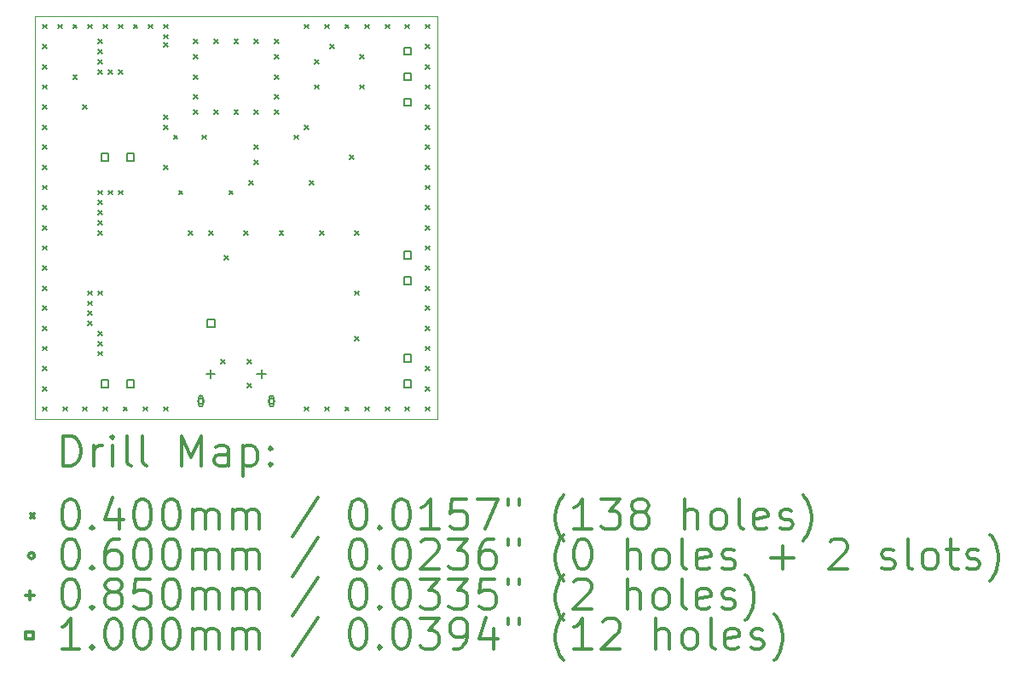
<source format=gbr>
%FSLAX45Y45*%
G04 Gerber Fmt 4.5, Leading zero omitted, Abs format (unit mm)*
G04 Created by KiCad (PCBNEW 5.1.10-88a1d61d58~90~ubuntu20.04.1) date 2021-11-08 15:06:21*
%MOMM*%
%LPD*%
G01*
G04 APERTURE LIST*
%TA.AperFunction,Profile*%
%ADD10C,0.050000*%
%TD*%
%ADD11C,0.200000*%
%ADD12C,0.300000*%
G04 APERTURE END LIST*
D10*
X8000000Y-9500000D02*
X8000000Y-5500000D01*
X12000000Y-9500000D02*
X8000000Y-9500000D01*
X12000000Y-5500000D02*
X12000000Y-9500000D01*
X8000000Y-5500000D02*
X12000000Y-5500000D01*
D11*
X8080000Y-5580000D02*
X8120000Y-5620000D01*
X8120000Y-5580000D02*
X8080000Y-5620000D01*
X8080000Y-5780000D02*
X8120000Y-5820000D01*
X8120000Y-5780000D02*
X8080000Y-5820000D01*
X8080000Y-5980000D02*
X8120000Y-6020000D01*
X8120000Y-5980000D02*
X8080000Y-6020000D01*
X8080000Y-6180000D02*
X8120000Y-6220000D01*
X8120000Y-6180000D02*
X8080000Y-6220000D01*
X8080000Y-6380000D02*
X8120000Y-6420000D01*
X8120000Y-6380000D02*
X8080000Y-6420000D01*
X8080000Y-6580000D02*
X8120000Y-6620000D01*
X8120000Y-6580000D02*
X8080000Y-6620000D01*
X8080000Y-6780000D02*
X8120000Y-6820000D01*
X8120000Y-6780000D02*
X8080000Y-6820000D01*
X8080000Y-6980000D02*
X8120000Y-7020000D01*
X8120000Y-6980000D02*
X8080000Y-7020000D01*
X8080000Y-7180000D02*
X8120000Y-7220000D01*
X8120000Y-7180000D02*
X8080000Y-7220000D01*
X8080000Y-7380000D02*
X8120000Y-7420000D01*
X8120000Y-7380000D02*
X8080000Y-7420000D01*
X8080000Y-7580000D02*
X8120000Y-7620000D01*
X8120000Y-7580000D02*
X8080000Y-7620000D01*
X8080000Y-7780000D02*
X8120000Y-7820000D01*
X8120000Y-7780000D02*
X8080000Y-7820000D01*
X8080000Y-7980000D02*
X8120000Y-8020000D01*
X8120000Y-7980000D02*
X8080000Y-8020000D01*
X8080000Y-8180000D02*
X8120000Y-8220000D01*
X8120000Y-8180000D02*
X8080000Y-8220000D01*
X8080000Y-8380000D02*
X8120000Y-8420000D01*
X8120000Y-8380000D02*
X8080000Y-8420000D01*
X8080000Y-8580000D02*
X8120000Y-8620000D01*
X8120000Y-8580000D02*
X8080000Y-8620000D01*
X8080000Y-8780000D02*
X8120000Y-8820000D01*
X8120000Y-8780000D02*
X8080000Y-8820000D01*
X8080000Y-8980000D02*
X8120000Y-9020000D01*
X8120000Y-8980000D02*
X8080000Y-9020000D01*
X8080000Y-9180000D02*
X8120000Y-9220000D01*
X8120000Y-9180000D02*
X8080000Y-9220000D01*
X8080000Y-9380000D02*
X8120000Y-9420000D01*
X8120000Y-9380000D02*
X8080000Y-9420000D01*
X8230000Y-5580000D02*
X8270000Y-5620000D01*
X8270000Y-5580000D02*
X8230000Y-5620000D01*
X8280000Y-9380000D02*
X8320000Y-9420000D01*
X8320000Y-9380000D02*
X8280000Y-9420000D01*
X8380000Y-5580000D02*
X8420000Y-5620000D01*
X8420000Y-5580000D02*
X8380000Y-5620000D01*
X8380000Y-6080000D02*
X8420000Y-6120000D01*
X8420000Y-6080000D02*
X8380000Y-6120000D01*
X8480000Y-6380000D02*
X8520000Y-6420000D01*
X8520000Y-6380000D02*
X8480000Y-6420000D01*
X8480000Y-9380000D02*
X8520000Y-9420000D01*
X8520000Y-9380000D02*
X8480000Y-9420000D01*
X8530000Y-5580000D02*
X8570000Y-5620000D01*
X8570000Y-5580000D02*
X8530000Y-5620000D01*
X8530000Y-8230000D02*
X8570000Y-8270000D01*
X8570000Y-8230000D02*
X8530000Y-8270000D01*
X8530000Y-8330000D02*
X8570000Y-8370000D01*
X8570000Y-8330000D02*
X8530000Y-8370000D01*
X8530000Y-8430000D02*
X8570000Y-8470000D01*
X8570000Y-8430000D02*
X8530000Y-8470000D01*
X8530000Y-8530000D02*
X8570000Y-8570000D01*
X8570000Y-8530000D02*
X8530000Y-8570000D01*
X8630000Y-5730000D02*
X8670000Y-5770000D01*
X8670000Y-5730000D02*
X8630000Y-5770000D01*
X8630000Y-5830000D02*
X8670000Y-5870000D01*
X8670000Y-5830000D02*
X8630000Y-5870000D01*
X8630000Y-5930000D02*
X8670000Y-5970000D01*
X8670000Y-5930000D02*
X8630000Y-5970000D01*
X8630000Y-6030000D02*
X8670000Y-6070000D01*
X8670000Y-6030000D02*
X8630000Y-6070000D01*
X8630000Y-7230000D02*
X8670000Y-7270000D01*
X8670000Y-7230000D02*
X8630000Y-7270000D01*
X8630000Y-7330000D02*
X8670000Y-7370000D01*
X8670000Y-7330000D02*
X8630000Y-7370000D01*
X8630000Y-7430000D02*
X8670000Y-7470000D01*
X8670000Y-7430000D02*
X8630000Y-7470000D01*
X8630000Y-7530000D02*
X8670000Y-7570000D01*
X8670000Y-7530000D02*
X8630000Y-7570000D01*
X8630000Y-7630000D02*
X8670000Y-7670000D01*
X8670000Y-7630000D02*
X8630000Y-7670000D01*
X8630000Y-8230000D02*
X8670000Y-8270000D01*
X8670000Y-8230000D02*
X8630000Y-8270000D01*
X8630000Y-8630000D02*
X8670000Y-8670000D01*
X8670000Y-8630000D02*
X8630000Y-8670000D01*
X8630000Y-8730000D02*
X8670000Y-8770000D01*
X8670000Y-8730000D02*
X8630000Y-8770000D01*
X8630000Y-8830000D02*
X8670000Y-8870000D01*
X8670000Y-8830000D02*
X8630000Y-8870000D01*
X8680000Y-5580000D02*
X8720000Y-5620000D01*
X8720000Y-5580000D02*
X8680000Y-5620000D01*
X8680000Y-9380000D02*
X8720000Y-9420000D01*
X8720000Y-9380000D02*
X8680000Y-9420000D01*
X8730000Y-6030000D02*
X8770000Y-6070000D01*
X8770000Y-6030000D02*
X8730000Y-6070000D01*
X8730000Y-7230000D02*
X8770000Y-7270000D01*
X8770000Y-7230000D02*
X8730000Y-7270000D01*
X8830000Y-5580000D02*
X8870000Y-5620000D01*
X8870000Y-5580000D02*
X8830000Y-5620000D01*
X8830000Y-6030000D02*
X8870000Y-6070000D01*
X8870000Y-6030000D02*
X8830000Y-6070000D01*
X8830000Y-7230000D02*
X8870000Y-7270000D01*
X8870000Y-7230000D02*
X8830000Y-7270000D01*
X8880000Y-9380000D02*
X8920000Y-9420000D01*
X8920000Y-9380000D02*
X8880000Y-9420000D01*
X8980000Y-5580000D02*
X9020000Y-5620000D01*
X9020000Y-5580000D02*
X8980000Y-5620000D01*
X9080000Y-9380000D02*
X9120000Y-9420000D01*
X9120000Y-9380000D02*
X9080000Y-9420000D01*
X9130000Y-5580000D02*
X9170000Y-5620000D01*
X9170000Y-5580000D02*
X9130000Y-5620000D01*
X9280000Y-5580000D02*
X9320000Y-5620000D01*
X9320000Y-5580000D02*
X9280000Y-5620000D01*
X9280000Y-5680000D02*
X9320000Y-5720000D01*
X9320000Y-5680000D02*
X9280000Y-5720000D01*
X9280000Y-5760000D02*
X9320000Y-5800000D01*
X9320000Y-5760000D02*
X9280000Y-5800000D01*
X9280000Y-6480000D02*
X9320000Y-6520000D01*
X9320000Y-6480000D02*
X9280000Y-6520000D01*
X9280000Y-6580000D02*
X9320000Y-6620000D01*
X9320000Y-6580000D02*
X9280000Y-6620000D01*
X9280000Y-6980000D02*
X9320000Y-7020000D01*
X9320000Y-6980000D02*
X9280000Y-7020000D01*
X9280000Y-9380000D02*
X9320000Y-9420000D01*
X9320000Y-9380000D02*
X9280000Y-9420000D01*
X9380000Y-6680000D02*
X9420000Y-6720000D01*
X9420000Y-6680000D02*
X9380000Y-6720000D01*
X9430000Y-7230000D02*
X9470000Y-7270000D01*
X9470000Y-7230000D02*
X9430000Y-7270000D01*
X9530000Y-7630000D02*
X9570000Y-7670000D01*
X9570000Y-7630000D02*
X9530000Y-7670000D01*
X9580000Y-5730000D02*
X9620000Y-5770000D01*
X9620000Y-5730000D02*
X9580000Y-5770000D01*
X9580000Y-5880000D02*
X9620000Y-5920000D01*
X9620000Y-5880000D02*
X9580000Y-5920000D01*
X9580000Y-6080000D02*
X9620000Y-6120000D01*
X9620000Y-6080000D02*
X9580000Y-6120000D01*
X9580000Y-6280000D02*
X9620000Y-6320000D01*
X9620000Y-6280000D02*
X9580000Y-6320000D01*
X9580000Y-6430000D02*
X9620000Y-6470000D01*
X9620000Y-6430000D02*
X9580000Y-6470000D01*
X9660000Y-6680000D02*
X9700000Y-6720000D01*
X9700000Y-6680000D02*
X9660000Y-6720000D01*
X9730000Y-7630000D02*
X9770000Y-7670000D01*
X9770000Y-7630000D02*
X9730000Y-7670000D01*
X9780000Y-5730000D02*
X9820000Y-5770000D01*
X9820000Y-5730000D02*
X9780000Y-5770000D01*
X9780000Y-6430000D02*
X9820000Y-6470000D01*
X9820000Y-6430000D02*
X9780000Y-6470000D01*
X9850000Y-8910000D02*
X9890000Y-8950000D01*
X9890000Y-8910000D02*
X9850000Y-8950000D01*
X9880000Y-7880000D02*
X9920000Y-7920000D01*
X9920000Y-7880000D02*
X9880000Y-7920000D01*
X9930000Y-7230000D02*
X9970000Y-7270000D01*
X9970000Y-7230000D02*
X9930000Y-7270000D01*
X9980000Y-5730000D02*
X10020000Y-5770000D01*
X10020000Y-5730000D02*
X9980000Y-5770000D01*
X9980000Y-6430000D02*
X10020000Y-6470000D01*
X10020000Y-6430000D02*
X9980000Y-6470000D01*
X10080000Y-7630000D02*
X10120000Y-7670000D01*
X10120000Y-7630000D02*
X10080000Y-7670000D01*
X10110000Y-8910000D02*
X10150000Y-8950000D01*
X10150000Y-8910000D02*
X10110000Y-8950000D01*
X10110000Y-9150000D02*
X10150000Y-9190000D01*
X10150000Y-9150000D02*
X10110000Y-9190000D01*
X10130000Y-7130000D02*
X10170000Y-7170000D01*
X10170000Y-7130000D02*
X10130000Y-7170000D01*
X10180000Y-5730000D02*
X10220000Y-5770000D01*
X10220000Y-5730000D02*
X10180000Y-5770000D01*
X10180000Y-6430000D02*
X10220000Y-6470000D01*
X10220000Y-6430000D02*
X10180000Y-6470000D01*
X10180000Y-6780000D02*
X10220000Y-6820000D01*
X10220000Y-6780000D02*
X10180000Y-6820000D01*
X10180000Y-6930000D02*
X10220000Y-6970000D01*
X10220000Y-6930000D02*
X10180000Y-6970000D01*
X10380000Y-5730000D02*
X10420000Y-5770000D01*
X10420000Y-5730000D02*
X10380000Y-5770000D01*
X10380000Y-5880000D02*
X10420000Y-5920000D01*
X10420000Y-5880000D02*
X10380000Y-5920000D01*
X10380000Y-6080000D02*
X10420000Y-6120000D01*
X10420000Y-6080000D02*
X10380000Y-6120000D01*
X10380000Y-6280000D02*
X10420000Y-6320000D01*
X10420000Y-6280000D02*
X10380000Y-6320000D01*
X10380000Y-6430000D02*
X10420000Y-6470000D01*
X10420000Y-6430000D02*
X10380000Y-6470000D01*
X10430000Y-7630000D02*
X10470000Y-7670000D01*
X10470000Y-7630000D02*
X10430000Y-7670000D01*
X10580000Y-6680000D02*
X10620000Y-6720000D01*
X10620000Y-6680000D02*
X10580000Y-6720000D01*
X10680000Y-5580000D02*
X10720000Y-5620000D01*
X10720000Y-5580000D02*
X10680000Y-5620000D01*
X10680000Y-6580000D02*
X10720000Y-6620000D01*
X10720000Y-6580000D02*
X10680000Y-6620000D01*
X10680000Y-9380000D02*
X10720000Y-9420000D01*
X10720000Y-9380000D02*
X10680000Y-9420000D01*
X10730000Y-7130000D02*
X10770000Y-7170000D01*
X10770000Y-7130000D02*
X10730000Y-7170000D01*
X10780000Y-5930000D02*
X10820000Y-5970000D01*
X10820000Y-5930000D02*
X10780000Y-5970000D01*
X10780000Y-6180000D02*
X10820000Y-6220000D01*
X10820000Y-6180000D02*
X10780000Y-6220000D01*
X10830000Y-7630000D02*
X10870000Y-7670000D01*
X10870000Y-7630000D02*
X10830000Y-7670000D01*
X10880000Y-5580000D02*
X10920000Y-5620000D01*
X10920000Y-5580000D02*
X10880000Y-5620000D01*
X10880000Y-9380000D02*
X10920000Y-9420000D01*
X10920000Y-9380000D02*
X10880000Y-9420000D01*
X10930000Y-5780000D02*
X10970000Y-5820000D01*
X10970000Y-5780000D02*
X10930000Y-5820000D01*
X11080000Y-5580000D02*
X11120000Y-5620000D01*
X11120000Y-5580000D02*
X11080000Y-5620000D01*
X11080000Y-9380000D02*
X11120000Y-9420000D01*
X11120000Y-9380000D02*
X11080000Y-9420000D01*
X11130000Y-6880000D02*
X11170000Y-6920000D01*
X11170000Y-6880000D02*
X11130000Y-6920000D01*
X11180000Y-7630000D02*
X11220000Y-7670000D01*
X11220000Y-7630000D02*
X11180000Y-7670000D01*
X11180000Y-8230000D02*
X11220000Y-8270000D01*
X11220000Y-8230000D02*
X11180000Y-8270000D01*
X11180000Y-8680000D02*
X11220000Y-8720000D01*
X11220000Y-8680000D02*
X11180000Y-8720000D01*
X11230000Y-5880000D02*
X11270000Y-5920000D01*
X11270000Y-5880000D02*
X11230000Y-5920000D01*
X11230000Y-6180000D02*
X11270000Y-6220000D01*
X11270000Y-6180000D02*
X11230000Y-6220000D01*
X11280000Y-5580000D02*
X11320000Y-5620000D01*
X11320000Y-5580000D02*
X11280000Y-5620000D01*
X11280000Y-9380000D02*
X11320000Y-9420000D01*
X11320000Y-9380000D02*
X11280000Y-9420000D01*
X11480000Y-5580000D02*
X11520000Y-5620000D01*
X11520000Y-5580000D02*
X11480000Y-5620000D01*
X11480000Y-9380000D02*
X11520000Y-9420000D01*
X11520000Y-9380000D02*
X11480000Y-9420000D01*
X11680000Y-5580000D02*
X11720000Y-5620000D01*
X11720000Y-5580000D02*
X11680000Y-5620000D01*
X11680000Y-9380000D02*
X11720000Y-9420000D01*
X11720000Y-9380000D02*
X11680000Y-9420000D01*
X11880000Y-5580000D02*
X11920000Y-5620000D01*
X11920000Y-5580000D02*
X11880000Y-5620000D01*
X11880000Y-5780000D02*
X11920000Y-5820000D01*
X11920000Y-5780000D02*
X11880000Y-5820000D01*
X11880000Y-5980000D02*
X11920000Y-6020000D01*
X11920000Y-5980000D02*
X11880000Y-6020000D01*
X11880000Y-6180000D02*
X11920000Y-6220000D01*
X11920000Y-6180000D02*
X11880000Y-6220000D01*
X11880000Y-6380000D02*
X11920000Y-6420000D01*
X11920000Y-6380000D02*
X11880000Y-6420000D01*
X11880000Y-6580000D02*
X11920000Y-6620000D01*
X11920000Y-6580000D02*
X11880000Y-6620000D01*
X11880000Y-6780000D02*
X11920000Y-6820000D01*
X11920000Y-6780000D02*
X11880000Y-6820000D01*
X11880000Y-6980000D02*
X11920000Y-7020000D01*
X11920000Y-6980000D02*
X11880000Y-7020000D01*
X11880000Y-7180000D02*
X11920000Y-7220000D01*
X11920000Y-7180000D02*
X11880000Y-7220000D01*
X11880000Y-7380000D02*
X11920000Y-7420000D01*
X11920000Y-7380000D02*
X11880000Y-7420000D01*
X11880000Y-7580000D02*
X11920000Y-7620000D01*
X11920000Y-7580000D02*
X11880000Y-7620000D01*
X11880000Y-7780000D02*
X11920000Y-7820000D01*
X11920000Y-7780000D02*
X11880000Y-7820000D01*
X11880000Y-7980000D02*
X11920000Y-8020000D01*
X11920000Y-7980000D02*
X11880000Y-8020000D01*
X11880000Y-8180000D02*
X11920000Y-8220000D01*
X11920000Y-8180000D02*
X11880000Y-8220000D01*
X11880000Y-8380000D02*
X11920000Y-8420000D01*
X11920000Y-8380000D02*
X11880000Y-8420000D01*
X11880000Y-8580000D02*
X11920000Y-8620000D01*
X11920000Y-8580000D02*
X11880000Y-8620000D01*
X11880000Y-8780000D02*
X11920000Y-8820000D01*
X11920000Y-8780000D02*
X11880000Y-8820000D01*
X11880000Y-8980000D02*
X11920000Y-9020000D01*
X11920000Y-8980000D02*
X11880000Y-9020000D01*
X11880000Y-9180000D02*
X11920000Y-9220000D01*
X11920000Y-9180000D02*
X11880000Y-9220000D01*
X11880000Y-9380000D02*
X11920000Y-9420000D01*
X11920000Y-9380000D02*
X11880000Y-9420000D01*
X9680000Y-9323750D02*
G75*
G03*
X9680000Y-9323750I-30000J0D01*
G01*
X9670000Y-9358750D02*
X9670000Y-9288750D01*
X9630000Y-9358750D02*
X9630000Y-9288750D01*
X9670000Y-9288750D02*
G75*
G03*
X9630000Y-9288750I-20000J0D01*
G01*
X9630000Y-9358750D02*
G75*
G03*
X9670000Y-9358750I20000J0D01*
G01*
X10380000Y-9323750D02*
G75*
G03*
X10380000Y-9323750I-30000J0D01*
G01*
X10330000Y-9288750D02*
X10330000Y-9358750D01*
X10370000Y-9288750D02*
X10370000Y-9358750D01*
X10330000Y-9358750D02*
G75*
G03*
X10370000Y-9358750I20000J0D01*
G01*
X10370000Y-9288750D02*
G75*
G03*
X10330000Y-9288750I-20000J0D01*
G01*
X9750000Y-9011250D02*
X9750000Y-9096250D01*
X9707500Y-9053750D02*
X9792500Y-9053750D01*
X10250000Y-9011250D02*
X10250000Y-9096250D01*
X10207500Y-9053750D02*
X10292500Y-9053750D01*
X8731356Y-6935356D02*
X8731356Y-6864644D01*
X8660644Y-6864644D01*
X8660644Y-6935356D01*
X8731356Y-6935356D01*
X8731356Y-9185356D02*
X8731356Y-9114644D01*
X8660644Y-9114644D01*
X8660644Y-9185356D01*
X8731356Y-9185356D01*
X8985356Y-6935356D02*
X8985356Y-6864644D01*
X8914644Y-6864644D01*
X8914644Y-6935356D01*
X8985356Y-6935356D01*
X8985356Y-9185356D02*
X8985356Y-9114644D01*
X8914644Y-9114644D01*
X8914644Y-9185356D01*
X8985356Y-9185356D01*
X9785356Y-8585356D02*
X9785356Y-8514644D01*
X9714644Y-8514644D01*
X9714644Y-8585356D01*
X9785356Y-8585356D01*
X11735356Y-5881356D02*
X11735356Y-5810644D01*
X11664644Y-5810644D01*
X11664644Y-5881356D01*
X11735356Y-5881356D01*
X11735356Y-6135356D02*
X11735356Y-6064644D01*
X11664644Y-6064644D01*
X11664644Y-6135356D01*
X11735356Y-6135356D01*
X11735356Y-6389356D02*
X11735356Y-6318644D01*
X11664644Y-6318644D01*
X11664644Y-6389356D01*
X11735356Y-6389356D01*
X11735356Y-7908356D02*
X11735356Y-7837644D01*
X11664644Y-7837644D01*
X11664644Y-7908356D01*
X11735356Y-7908356D01*
X11735356Y-8162356D02*
X11735356Y-8091644D01*
X11664644Y-8091644D01*
X11664644Y-8162356D01*
X11735356Y-8162356D01*
X11735356Y-8931356D02*
X11735356Y-8860644D01*
X11664644Y-8860644D01*
X11664644Y-8931356D01*
X11735356Y-8931356D01*
X11735356Y-9185356D02*
X11735356Y-9114644D01*
X11664644Y-9114644D01*
X11664644Y-9185356D01*
X11735356Y-9185356D01*
D12*
X8283928Y-9968214D02*
X8283928Y-9668214D01*
X8355357Y-9668214D01*
X8398214Y-9682500D01*
X8426786Y-9711072D01*
X8441071Y-9739643D01*
X8455357Y-9796786D01*
X8455357Y-9839643D01*
X8441071Y-9896786D01*
X8426786Y-9925357D01*
X8398214Y-9953929D01*
X8355357Y-9968214D01*
X8283928Y-9968214D01*
X8583928Y-9968214D02*
X8583928Y-9768214D01*
X8583928Y-9825357D02*
X8598214Y-9796786D01*
X8612500Y-9782500D01*
X8641071Y-9768214D01*
X8669643Y-9768214D01*
X8769643Y-9968214D02*
X8769643Y-9768214D01*
X8769643Y-9668214D02*
X8755357Y-9682500D01*
X8769643Y-9696786D01*
X8783928Y-9682500D01*
X8769643Y-9668214D01*
X8769643Y-9696786D01*
X8955357Y-9968214D02*
X8926786Y-9953929D01*
X8912500Y-9925357D01*
X8912500Y-9668214D01*
X9112500Y-9968214D02*
X9083928Y-9953929D01*
X9069643Y-9925357D01*
X9069643Y-9668214D01*
X9455357Y-9968214D02*
X9455357Y-9668214D01*
X9555357Y-9882500D01*
X9655357Y-9668214D01*
X9655357Y-9968214D01*
X9926786Y-9968214D02*
X9926786Y-9811072D01*
X9912500Y-9782500D01*
X9883928Y-9768214D01*
X9826786Y-9768214D01*
X9798214Y-9782500D01*
X9926786Y-9953929D02*
X9898214Y-9968214D01*
X9826786Y-9968214D01*
X9798214Y-9953929D01*
X9783928Y-9925357D01*
X9783928Y-9896786D01*
X9798214Y-9868214D01*
X9826786Y-9853929D01*
X9898214Y-9853929D01*
X9926786Y-9839643D01*
X10069643Y-9768214D02*
X10069643Y-10068214D01*
X10069643Y-9782500D02*
X10098214Y-9768214D01*
X10155357Y-9768214D01*
X10183928Y-9782500D01*
X10198214Y-9796786D01*
X10212500Y-9825357D01*
X10212500Y-9911072D01*
X10198214Y-9939643D01*
X10183928Y-9953929D01*
X10155357Y-9968214D01*
X10098214Y-9968214D01*
X10069643Y-9953929D01*
X10341071Y-9939643D02*
X10355357Y-9953929D01*
X10341071Y-9968214D01*
X10326786Y-9953929D01*
X10341071Y-9939643D01*
X10341071Y-9968214D01*
X10341071Y-9782500D02*
X10355357Y-9796786D01*
X10341071Y-9811072D01*
X10326786Y-9796786D01*
X10341071Y-9782500D01*
X10341071Y-9811072D01*
X7957500Y-10442500D02*
X7997500Y-10482500D01*
X7997500Y-10442500D02*
X7957500Y-10482500D01*
X8341071Y-10298214D02*
X8369643Y-10298214D01*
X8398214Y-10312500D01*
X8412500Y-10326786D01*
X8426786Y-10355357D01*
X8441071Y-10412500D01*
X8441071Y-10483929D01*
X8426786Y-10541072D01*
X8412500Y-10569643D01*
X8398214Y-10583929D01*
X8369643Y-10598214D01*
X8341071Y-10598214D01*
X8312500Y-10583929D01*
X8298214Y-10569643D01*
X8283928Y-10541072D01*
X8269643Y-10483929D01*
X8269643Y-10412500D01*
X8283928Y-10355357D01*
X8298214Y-10326786D01*
X8312500Y-10312500D01*
X8341071Y-10298214D01*
X8569643Y-10569643D02*
X8583928Y-10583929D01*
X8569643Y-10598214D01*
X8555357Y-10583929D01*
X8569643Y-10569643D01*
X8569643Y-10598214D01*
X8841071Y-10398214D02*
X8841071Y-10598214D01*
X8769643Y-10283929D02*
X8698214Y-10498214D01*
X8883928Y-10498214D01*
X9055357Y-10298214D02*
X9083928Y-10298214D01*
X9112500Y-10312500D01*
X9126786Y-10326786D01*
X9141071Y-10355357D01*
X9155357Y-10412500D01*
X9155357Y-10483929D01*
X9141071Y-10541072D01*
X9126786Y-10569643D01*
X9112500Y-10583929D01*
X9083928Y-10598214D01*
X9055357Y-10598214D01*
X9026786Y-10583929D01*
X9012500Y-10569643D01*
X8998214Y-10541072D01*
X8983928Y-10483929D01*
X8983928Y-10412500D01*
X8998214Y-10355357D01*
X9012500Y-10326786D01*
X9026786Y-10312500D01*
X9055357Y-10298214D01*
X9341071Y-10298214D02*
X9369643Y-10298214D01*
X9398214Y-10312500D01*
X9412500Y-10326786D01*
X9426786Y-10355357D01*
X9441071Y-10412500D01*
X9441071Y-10483929D01*
X9426786Y-10541072D01*
X9412500Y-10569643D01*
X9398214Y-10583929D01*
X9369643Y-10598214D01*
X9341071Y-10598214D01*
X9312500Y-10583929D01*
X9298214Y-10569643D01*
X9283928Y-10541072D01*
X9269643Y-10483929D01*
X9269643Y-10412500D01*
X9283928Y-10355357D01*
X9298214Y-10326786D01*
X9312500Y-10312500D01*
X9341071Y-10298214D01*
X9569643Y-10598214D02*
X9569643Y-10398214D01*
X9569643Y-10426786D02*
X9583928Y-10412500D01*
X9612500Y-10398214D01*
X9655357Y-10398214D01*
X9683928Y-10412500D01*
X9698214Y-10441072D01*
X9698214Y-10598214D01*
X9698214Y-10441072D02*
X9712500Y-10412500D01*
X9741071Y-10398214D01*
X9783928Y-10398214D01*
X9812500Y-10412500D01*
X9826786Y-10441072D01*
X9826786Y-10598214D01*
X9969643Y-10598214D02*
X9969643Y-10398214D01*
X9969643Y-10426786D02*
X9983928Y-10412500D01*
X10012500Y-10398214D01*
X10055357Y-10398214D01*
X10083928Y-10412500D01*
X10098214Y-10441072D01*
X10098214Y-10598214D01*
X10098214Y-10441072D02*
X10112500Y-10412500D01*
X10141071Y-10398214D01*
X10183928Y-10398214D01*
X10212500Y-10412500D01*
X10226786Y-10441072D01*
X10226786Y-10598214D01*
X10812500Y-10283929D02*
X10555357Y-10669643D01*
X11198214Y-10298214D02*
X11226786Y-10298214D01*
X11255357Y-10312500D01*
X11269643Y-10326786D01*
X11283928Y-10355357D01*
X11298214Y-10412500D01*
X11298214Y-10483929D01*
X11283928Y-10541072D01*
X11269643Y-10569643D01*
X11255357Y-10583929D01*
X11226786Y-10598214D01*
X11198214Y-10598214D01*
X11169643Y-10583929D01*
X11155357Y-10569643D01*
X11141071Y-10541072D01*
X11126786Y-10483929D01*
X11126786Y-10412500D01*
X11141071Y-10355357D01*
X11155357Y-10326786D01*
X11169643Y-10312500D01*
X11198214Y-10298214D01*
X11426786Y-10569643D02*
X11441071Y-10583929D01*
X11426786Y-10598214D01*
X11412500Y-10583929D01*
X11426786Y-10569643D01*
X11426786Y-10598214D01*
X11626786Y-10298214D02*
X11655357Y-10298214D01*
X11683928Y-10312500D01*
X11698214Y-10326786D01*
X11712500Y-10355357D01*
X11726786Y-10412500D01*
X11726786Y-10483929D01*
X11712500Y-10541072D01*
X11698214Y-10569643D01*
X11683928Y-10583929D01*
X11655357Y-10598214D01*
X11626786Y-10598214D01*
X11598214Y-10583929D01*
X11583928Y-10569643D01*
X11569643Y-10541072D01*
X11555357Y-10483929D01*
X11555357Y-10412500D01*
X11569643Y-10355357D01*
X11583928Y-10326786D01*
X11598214Y-10312500D01*
X11626786Y-10298214D01*
X12012500Y-10598214D02*
X11841071Y-10598214D01*
X11926786Y-10598214D02*
X11926786Y-10298214D01*
X11898214Y-10341072D01*
X11869643Y-10369643D01*
X11841071Y-10383929D01*
X12283928Y-10298214D02*
X12141071Y-10298214D01*
X12126786Y-10441072D01*
X12141071Y-10426786D01*
X12169643Y-10412500D01*
X12241071Y-10412500D01*
X12269643Y-10426786D01*
X12283928Y-10441072D01*
X12298214Y-10469643D01*
X12298214Y-10541072D01*
X12283928Y-10569643D01*
X12269643Y-10583929D01*
X12241071Y-10598214D01*
X12169643Y-10598214D01*
X12141071Y-10583929D01*
X12126786Y-10569643D01*
X12398214Y-10298214D02*
X12598214Y-10298214D01*
X12469643Y-10598214D01*
X12698214Y-10298214D02*
X12698214Y-10355357D01*
X12812500Y-10298214D02*
X12812500Y-10355357D01*
X13255357Y-10712500D02*
X13241071Y-10698214D01*
X13212500Y-10655357D01*
X13198214Y-10626786D01*
X13183928Y-10583929D01*
X13169643Y-10512500D01*
X13169643Y-10455357D01*
X13183928Y-10383929D01*
X13198214Y-10341072D01*
X13212500Y-10312500D01*
X13241071Y-10269643D01*
X13255357Y-10255357D01*
X13526786Y-10598214D02*
X13355357Y-10598214D01*
X13441071Y-10598214D02*
X13441071Y-10298214D01*
X13412500Y-10341072D01*
X13383928Y-10369643D01*
X13355357Y-10383929D01*
X13626786Y-10298214D02*
X13812500Y-10298214D01*
X13712500Y-10412500D01*
X13755357Y-10412500D01*
X13783928Y-10426786D01*
X13798214Y-10441072D01*
X13812500Y-10469643D01*
X13812500Y-10541072D01*
X13798214Y-10569643D01*
X13783928Y-10583929D01*
X13755357Y-10598214D01*
X13669643Y-10598214D01*
X13641071Y-10583929D01*
X13626786Y-10569643D01*
X13983928Y-10426786D02*
X13955357Y-10412500D01*
X13941071Y-10398214D01*
X13926786Y-10369643D01*
X13926786Y-10355357D01*
X13941071Y-10326786D01*
X13955357Y-10312500D01*
X13983928Y-10298214D01*
X14041071Y-10298214D01*
X14069643Y-10312500D01*
X14083928Y-10326786D01*
X14098214Y-10355357D01*
X14098214Y-10369643D01*
X14083928Y-10398214D01*
X14069643Y-10412500D01*
X14041071Y-10426786D01*
X13983928Y-10426786D01*
X13955357Y-10441072D01*
X13941071Y-10455357D01*
X13926786Y-10483929D01*
X13926786Y-10541072D01*
X13941071Y-10569643D01*
X13955357Y-10583929D01*
X13983928Y-10598214D01*
X14041071Y-10598214D01*
X14069643Y-10583929D01*
X14083928Y-10569643D01*
X14098214Y-10541072D01*
X14098214Y-10483929D01*
X14083928Y-10455357D01*
X14069643Y-10441072D01*
X14041071Y-10426786D01*
X14455357Y-10598214D02*
X14455357Y-10298214D01*
X14583928Y-10598214D02*
X14583928Y-10441072D01*
X14569643Y-10412500D01*
X14541071Y-10398214D01*
X14498214Y-10398214D01*
X14469643Y-10412500D01*
X14455357Y-10426786D01*
X14769643Y-10598214D02*
X14741071Y-10583929D01*
X14726786Y-10569643D01*
X14712500Y-10541072D01*
X14712500Y-10455357D01*
X14726786Y-10426786D01*
X14741071Y-10412500D01*
X14769643Y-10398214D01*
X14812500Y-10398214D01*
X14841071Y-10412500D01*
X14855357Y-10426786D01*
X14869643Y-10455357D01*
X14869643Y-10541072D01*
X14855357Y-10569643D01*
X14841071Y-10583929D01*
X14812500Y-10598214D01*
X14769643Y-10598214D01*
X15041071Y-10598214D02*
X15012500Y-10583929D01*
X14998214Y-10555357D01*
X14998214Y-10298214D01*
X15269643Y-10583929D02*
X15241071Y-10598214D01*
X15183928Y-10598214D01*
X15155357Y-10583929D01*
X15141071Y-10555357D01*
X15141071Y-10441072D01*
X15155357Y-10412500D01*
X15183928Y-10398214D01*
X15241071Y-10398214D01*
X15269643Y-10412500D01*
X15283928Y-10441072D01*
X15283928Y-10469643D01*
X15141071Y-10498214D01*
X15398214Y-10583929D02*
X15426786Y-10598214D01*
X15483928Y-10598214D01*
X15512500Y-10583929D01*
X15526786Y-10555357D01*
X15526786Y-10541072D01*
X15512500Y-10512500D01*
X15483928Y-10498214D01*
X15441071Y-10498214D01*
X15412500Y-10483929D01*
X15398214Y-10455357D01*
X15398214Y-10441072D01*
X15412500Y-10412500D01*
X15441071Y-10398214D01*
X15483928Y-10398214D01*
X15512500Y-10412500D01*
X15626786Y-10712500D02*
X15641071Y-10698214D01*
X15669643Y-10655357D01*
X15683928Y-10626786D01*
X15698214Y-10583929D01*
X15712500Y-10512500D01*
X15712500Y-10455357D01*
X15698214Y-10383929D01*
X15683928Y-10341072D01*
X15669643Y-10312500D01*
X15641071Y-10269643D01*
X15626786Y-10255357D01*
X7997500Y-10858500D02*
G75*
G03*
X7997500Y-10858500I-30000J0D01*
G01*
X8341071Y-10694214D02*
X8369643Y-10694214D01*
X8398214Y-10708500D01*
X8412500Y-10722786D01*
X8426786Y-10751357D01*
X8441071Y-10808500D01*
X8441071Y-10879929D01*
X8426786Y-10937072D01*
X8412500Y-10965643D01*
X8398214Y-10979929D01*
X8369643Y-10994214D01*
X8341071Y-10994214D01*
X8312500Y-10979929D01*
X8298214Y-10965643D01*
X8283928Y-10937072D01*
X8269643Y-10879929D01*
X8269643Y-10808500D01*
X8283928Y-10751357D01*
X8298214Y-10722786D01*
X8312500Y-10708500D01*
X8341071Y-10694214D01*
X8569643Y-10965643D02*
X8583928Y-10979929D01*
X8569643Y-10994214D01*
X8555357Y-10979929D01*
X8569643Y-10965643D01*
X8569643Y-10994214D01*
X8841071Y-10694214D02*
X8783928Y-10694214D01*
X8755357Y-10708500D01*
X8741071Y-10722786D01*
X8712500Y-10765643D01*
X8698214Y-10822786D01*
X8698214Y-10937072D01*
X8712500Y-10965643D01*
X8726786Y-10979929D01*
X8755357Y-10994214D01*
X8812500Y-10994214D01*
X8841071Y-10979929D01*
X8855357Y-10965643D01*
X8869643Y-10937072D01*
X8869643Y-10865643D01*
X8855357Y-10837072D01*
X8841071Y-10822786D01*
X8812500Y-10808500D01*
X8755357Y-10808500D01*
X8726786Y-10822786D01*
X8712500Y-10837072D01*
X8698214Y-10865643D01*
X9055357Y-10694214D02*
X9083928Y-10694214D01*
X9112500Y-10708500D01*
X9126786Y-10722786D01*
X9141071Y-10751357D01*
X9155357Y-10808500D01*
X9155357Y-10879929D01*
X9141071Y-10937072D01*
X9126786Y-10965643D01*
X9112500Y-10979929D01*
X9083928Y-10994214D01*
X9055357Y-10994214D01*
X9026786Y-10979929D01*
X9012500Y-10965643D01*
X8998214Y-10937072D01*
X8983928Y-10879929D01*
X8983928Y-10808500D01*
X8998214Y-10751357D01*
X9012500Y-10722786D01*
X9026786Y-10708500D01*
X9055357Y-10694214D01*
X9341071Y-10694214D02*
X9369643Y-10694214D01*
X9398214Y-10708500D01*
X9412500Y-10722786D01*
X9426786Y-10751357D01*
X9441071Y-10808500D01*
X9441071Y-10879929D01*
X9426786Y-10937072D01*
X9412500Y-10965643D01*
X9398214Y-10979929D01*
X9369643Y-10994214D01*
X9341071Y-10994214D01*
X9312500Y-10979929D01*
X9298214Y-10965643D01*
X9283928Y-10937072D01*
X9269643Y-10879929D01*
X9269643Y-10808500D01*
X9283928Y-10751357D01*
X9298214Y-10722786D01*
X9312500Y-10708500D01*
X9341071Y-10694214D01*
X9569643Y-10994214D02*
X9569643Y-10794214D01*
X9569643Y-10822786D02*
X9583928Y-10808500D01*
X9612500Y-10794214D01*
X9655357Y-10794214D01*
X9683928Y-10808500D01*
X9698214Y-10837072D01*
X9698214Y-10994214D01*
X9698214Y-10837072D02*
X9712500Y-10808500D01*
X9741071Y-10794214D01*
X9783928Y-10794214D01*
X9812500Y-10808500D01*
X9826786Y-10837072D01*
X9826786Y-10994214D01*
X9969643Y-10994214D02*
X9969643Y-10794214D01*
X9969643Y-10822786D02*
X9983928Y-10808500D01*
X10012500Y-10794214D01*
X10055357Y-10794214D01*
X10083928Y-10808500D01*
X10098214Y-10837072D01*
X10098214Y-10994214D01*
X10098214Y-10837072D02*
X10112500Y-10808500D01*
X10141071Y-10794214D01*
X10183928Y-10794214D01*
X10212500Y-10808500D01*
X10226786Y-10837072D01*
X10226786Y-10994214D01*
X10812500Y-10679929D02*
X10555357Y-11065643D01*
X11198214Y-10694214D02*
X11226786Y-10694214D01*
X11255357Y-10708500D01*
X11269643Y-10722786D01*
X11283928Y-10751357D01*
X11298214Y-10808500D01*
X11298214Y-10879929D01*
X11283928Y-10937072D01*
X11269643Y-10965643D01*
X11255357Y-10979929D01*
X11226786Y-10994214D01*
X11198214Y-10994214D01*
X11169643Y-10979929D01*
X11155357Y-10965643D01*
X11141071Y-10937072D01*
X11126786Y-10879929D01*
X11126786Y-10808500D01*
X11141071Y-10751357D01*
X11155357Y-10722786D01*
X11169643Y-10708500D01*
X11198214Y-10694214D01*
X11426786Y-10965643D02*
X11441071Y-10979929D01*
X11426786Y-10994214D01*
X11412500Y-10979929D01*
X11426786Y-10965643D01*
X11426786Y-10994214D01*
X11626786Y-10694214D02*
X11655357Y-10694214D01*
X11683928Y-10708500D01*
X11698214Y-10722786D01*
X11712500Y-10751357D01*
X11726786Y-10808500D01*
X11726786Y-10879929D01*
X11712500Y-10937072D01*
X11698214Y-10965643D01*
X11683928Y-10979929D01*
X11655357Y-10994214D01*
X11626786Y-10994214D01*
X11598214Y-10979929D01*
X11583928Y-10965643D01*
X11569643Y-10937072D01*
X11555357Y-10879929D01*
X11555357Y-10808500D01*
X11569643Y-10751357D01*
X11583928Y-10722786D01*
X11598214Y-10708500D01*
X11626786Y-10694214D01*
X11841071Y-10722786D02*
X11855357Y-10708500D01*
X11883928Y-10694214D01*
X11955357Y-10694214D01*
X11983928Y-10708500D01*
X11998214Y-10722786D01*
X12012500Y-10751357D01*
X12012500Y-10779929D01*
X11998214Y-10822786D01*
X11826786Y-10994214D01*
X12012500Y-10994214D01*
X12112500Y-10694214D02*
X12298214Y-10694214D01*
X12198214Y-10808500D01*
X12241071Y-10808500D01*
X12269643Y-10822786D01*
X12283928Y-10837072D01*
X12298214Y-10865643D01*
X12298214Y-10937072D01*
X12283928Y-10965643D01*
X12269643Y-10979929D01*
X12241071Y-10994214D01*
X12155357Y-10994214D01*
X12126786Y-10979929D01*
X12112500Y-10965643D01*
X12555357Y-10694214D02*
X12498214Y-10694214D01*
X12469643Y-10708500D01*
X12455357Y-10722786D01*
X12426786Y-10765643D01*
X12412500Y-10822786D01*
X12412500Y-10937072D01*
X12426786Y-10965643D01*
X12441071Y-10979929D01*
X12469643Y-10994214D01*
X12526786Y-10994214D01*
X12555357Y-10979929D01*
X12569643Y-10965643D01*
X12583928Y-10937072D01*
X12583928Y-10865643D01*
X12569643Y-10837072D01*
X12555357Y-10822786D01*
X12526786Y-10808500D01*
X12469643Y-10808500D01*
X12441071Y-10822786D01*
X12426786Y-10837072D01*
X12412500Y-10865643D01*
X12698214Y-10694214D02*
X12698214Y-10751357D01*
X12812500Y-10694214D02*
X12812500Y-10751357D01*
X13255357Y-11108500D02*
X13241071Y-11094214D01*
X13212500Y-11051357D01*
X13198214Y-11022786D01*
X13183928Y-10979929D01*
X13169643Y-10908500D01*
X13169643Y-10851357D01*
X13183928Y-10779929D01*
X13198214Y-10737072D01*
X13212500Y-10708500D01*
X13241071Y-10665643D01*
X13255357Y-10651357D01*
X13426786Y-10694214D02*
X13455357Y-10694214D01*
X13483928Y-10708500D01*
X13498214Y-10722786D01*
X13512500Y-10751357D01*
X13526786Y-10808500D01*
X13526786Y-10879929D01*
X13512500Y-10937072D01*
X13498214Y-10965643D01*
X13483928Y-10979929D01*
X13455357Y-10994214D01*
X13426786Y-10994214D01*
X13398214Y-10979929D01*
X13383928Y-10965643D01*
X13369643Y-10937072D01*
X13355357Y-10879929D01*
X13355357Y-10808500D01*
X13369643Y-10751357D01*
X13383928Y-10722786D01*
X13398214Y-10708500D01*
X13426786Y-10694214D01*
X13883928Y-10994214D02*
X13883928Y-10694214D01*
X14012500Y-10994214D02*
X14012500Y-10837072D01*
X13998214Y-10808500D01*
X13969643Y-10794214D01*
X13926786Y-10794214D01*
X13898214Y-10808500D01*
X13883928Y-10822786D01*
X14198214Y-10994214D02*
X14169643Y-10979929D01*
X14155357Y-10965643D01*
X14141071Y-10937072D01*
X14141071Y-10851357D01*
X14155357Y-10822786D01*
X14169643Y-10808500D01*
X14198214Y-10794214D01*
X14241071Y-10794214D01*
X14269643Y-10808500D01*
X14283928Y-10822786D01*
X14298214Y-10851357D01*
X14298214Y-10937072D01*
X14283928Y-10965643D01*
X14269643Y-10979929D01*
X14241071Y-10994214D01*
X14198214Y-10994214D01*
X14469643Y-10994214D02*
X14441071Y-10979929D01*
X14426786Y-10951357D01*
X14426786Y-10694214D01*
X14698214Y-10979929D02*
X14669643Y-10994214D01*
X14612500Y-10994214D01*
X14583928Y-10979929D01*
X14569643Y-10951357D01*
X14569643Y-10837072D01*
X14583928Y-10808500D01*
X14612500Y-10794214D01*
X14669643Y-10794214D01*
X14698214Y-10808500D01*
X14712500Y-10837072D01*
X14712500Y-10865643D01*
X14569643Y-10894214D01*
X14826786Y-10979929D02*
X14855357Y-10994214D01*
X14912500Y-10994214D01*
X14941071Y-10979929D01*
X14955357Y-10951357D01*
X14955357Y-10937072D01*
X14941071Y-10908500D01*
X14912500Y-10894214D01*
X14869643Y-10894214D01*
X14841071Y-10879929D01*
X14826786Y-10851357D01*
X14826786Y-10837072D01*
X14841071Y-10808500D01*
X14869643Y-10794214D01*
X14912500Y-10794214D01*
X14941071Y-10808500D01*
X15312500Y-10879929D02*
X15541071Y-10879929D01*
X15426786Y-10994214D02*
X15426786Y-10765643D01*
X15898214Y-10722786D02*
X15912500Y-10708500D01*
X15941071Y-10694214D01*
X16012500Y-10694214D01*
X16041071Y-10708500D01*
X16055357Y-10722786D01*
X16069643Y-10751357D01*
X16069643Y-10779929D01*
X16055357Y-10822786D01*
X15883928Y-10994214D01*
X16069643Y-10994214D01*
X16412500Y-10979929D02*
X16441071Y-10994214D01*
X16498214Y-10994214D01*
X16526786Y-10979929D01*
X16541071Y-10951357D01*
X16541071Y-10937072D01*
X16526786Y-10908500D01*
X16498214Y-10894214D01*
X16455357Y-10894214D01*
X16426786Y-10879929D01*
X16412500Y-10851357D01*
X16412500Y-10837072D01*
X16426786Y-10808500D01*
X16455357Y-10794214D01*
X16498214Y-10794214D01*
X16526786Y-10808500D01*
X16712500Y-10994214D02*
X16683928Y-10979929D01*
X16669643Y-10951357D01*
X16669643Y-10694214D01*
X16869643Y-10994214D02*
X16841071Y-10979929D01*
X16826786Y-10965643D01*
X16812500Y-10937072D01*
X16812500Y-10851357D01*
X16826786Y-10822786D01*
X16841071Y-10808500D01*
X16869643Y-10794214D01*
X16912500Y-10794214D01*
X16941071Y-10808500D01*
X16955357Y-10822786D01*
X16969643Y-10851357D01*
X16969643Y-10937072D01*
X16955357Y-10965643D01*
X16941071Y-10979929D01*
X16912500Y-10994214D01*
X16869643Y-10994214D01*
X17055357Y-10794214D02*
X17169643Y-10794214D01*
X17098214Y-10694214D02*
X17098214Y-10951357D01*
X17112500Y-10979929D01*
X17141071Y-10994214D01*
X17169643Y-10994214D01*
X17255357Y-10979929D02*
X17283928Y-10994214D01*
X17341071Y-10994214D01*
X17369643Y-10979929D01*
X17383928Y-10951357D01*
X17383928Y-10937072D01*
X17369643Y-10908500D01*
X17341071Y-10894214D01*
X17298214Y-10894214D01*
X17269643Y-10879929D01*
X17255357Y-10851357D01*
X17255357Y-10837072D01*
X17269643Y-10808500D01*
X17298214Y-10794214D01*
X17341071Y-10794214D01*
X17369643Y-10808500D01*
X17483928Y-11108500D02*
X17498214Y-11094214D01*
X17526786Y-11051357D01*
X17541071Y-11022786D01*
X17555357Y-10979929D01*
X17569643Y-10908500D01*
X17569643Y-10851357D01*
X17555357Y-10779929D01*
X17541071Y-10737072D01*
X17526786Y-10708500D01*
X17498214Y-10665643D01*
X17483928Y-10651357D01*
X7955000Y-11212000D02*
X7955000Y-11297000D01*
X7912500Y-11254500D02*
X7997500Y-11254500D01*
X8341071Y-11090214D02*
X8369643Y-11090214D01*
X8398214Y-11104500D01*
X8412500Y-11118786D01*
X8426786Y-11147357D01*
X8441071Y-11204500D01*
X8441071Y-11275929D01*
X8426786Y-11333071D01*
X8412500Y-11361643D01*
X8398214Y-11375929D01*
X8369643Y-11390214D01*
X8341071Y-11390214D01*
X8312500Y-11375929D01*
X8298214Y-11361643D01*
X8283928Y-11333071D01*
X8269643Y-11275929D01*
X8269643Y-11204500D01*
X8283928Y-11147357D01*
X8298214Y-11118786D01*
X8312500Y-11104500D01*
X8341071Y-11090214D01*
X8569643Y-11361643D02*
X8583928Y-11375929D01*
X8569643Y-11390214D01*
X8555357Y-11375929D01*
X8569643Y-11361643D01*
X8569643Y-11390214D01*
X8755357Y-11218786D02*
X8726786Y-11204500D01*
X8712500Y-11190214D01*
X8698214Y-11161643D01*
X8698214Y-11147357D01*
X8712500Y-11118786D01*
X8726786Y-11104500D01*
X8755357Y-11090214D01*
X8812500Y-11090214D01*
X8841071Y-11104500D01*
X8855357Y-11118786D01*
X8869643Y-11147357D01*
X8869643Y-11161643D01*
X8855357Y-11190214D01*
X8841071Y-11204500D01*
X8812500Y-11218786D01*
X8755357Y-11218786D01*
X8726786Y-11233071D01*
X8712500Y-11247357D01*
X8698214Y-11275929D01*
X8698214Y-11333071D01*
X8712500Y-11361643D01*
X8726786Y-11375929D01*
X8755357Y-11390214D01*
X8812500Y-11390214D01*
X8841071Y-11375929D01*
X8855357Y-11361643D01*
X8869643Y-11333071D01*
X8869643Y-11275929D01*
X8855357Y-11247357D01*
X8841071Y-11233071D01*
X8812500Y-11218786D01*
X9141071Y-11090214D02*
X8998214Y-11090214D01*
X8983928Y-11233071D01*
X8998214Y-11218786D01*
X9026786Y-11204500D01*
X9098214Y-11204500D01*
X9126786Y-11218786D01*
X9141071Y-11233071D01*
X9155357Y-11261643D01*
X9155357Y-11333071D01*
X9141071Y-11361643D01*
X9126786Y-11375929D01*
X9098214Y-11390214D01*
X9026786Y-11390214D01*
X8998214Y-11375929D01*
X8983928Y-11361643D01*
X9341071Y-11090214D02*
X9369643Y-11090214D01*
X9398214Y-11104500D01*
X9412500Y-11118786D01*
X9426786Y-11147357D01*
X9441071Y-11204500D01*
X9441071Y-11275929D01*
X9426786Y-11333071D01*
X9412500Y-11361643D01*
X9398214Y-11375929D01*
X9369643Y-11390214D01*
X9341071Y-11390214D01*
X9312500Y-11375929D01*
X9298214Y-11361643D01*
X9283928Y-11333071D01*
X9269643Y-11275929D01*
X9269643Y-11204500D01*
X9283928Y-11147357D01*
X9298214Y-11118786D01*
X9312500Y-11104500D01*
X9341071Y-11090214D01*
X9569643Y-11390214D02*
X9569643Y-11190214D01*
X9569643Y-11218786D02*
X9583928Y-11204500D01*
X9612500Y-11190214D01*
X9655357Y-11190214D01*
X9683928Y-11204500D01*
X9698214Y-11233071D01*
X9698214Y-11390214D01*
X9698214Y-11233071D02*
X9712500Y-11204500D01*
X9741071Y-11190214D01*
X9783928Y-11190214D01*
X9812500Y-11204500D01*
X9826786Y-11233071D01*
X9826786Y-11390214D01*
X9969643Y-11390214D02*
X9969643Y-11190214D01*
X9969643Y-11218786D02*
X9983928Y-11204500D01*
X10012500Y-11190214D01*
X10055357Y-11190214D01*
X10083928Y-11204500D01*
X10098214Y-11233071D01*
X10098214Y-11390214D01*
X10098214Y-11233071D02*
X10112500Y-11204500D01*
X10141071Y-11190214D01*
X10183928Y-11190214D01*
X10212500Y-11204500D01*
X10226786Y-11233071D01*
X10226786Y-11390214D01*
X10812500Y-11075929D02*
X10555357Y-11461643D01*
X11198214Y-11090214D02*
X11226786Y-11090214D01*
X11255357Y-11104500D01*
X11269643Y-11118786D01*
X11283928Y-11147357D01*
X11298214Y-11204500D01*
X11298214Y-11275929D01*
X11283928Y-11333071D01*
X11269643Y-11361643D01*
X11255357Y-11375929D01*
X11226786Y-11390214D01*
X11198214Y-11390214D01*
X11169643Y-11375929D01*
X11155357Y-11361643D01*
X11141071Y-11333071D01*
X11126786Y-11275929D01*
X11126786Y-11204500D01*
X11141071Y-11147357D01*
X11155357Y-11118786D01*
X11169643Y-11104500D01*
X11198214Y-11090214D01*
X11426786Y-11361643D02*
X11441071Y-11375929D01*
X11426786Y-11390214D01*
X11412500Y-11375929D01*
X11426786Y-11361643D01*
X11426786Y-11390214D01*
X11626786Y-11090214D02*
X11655357Y-11090214D01*
X11683928Y-11104500D01*
X11698214Y-11118786D01*
X11712500Y-11147357D01*
X11726786Y-11204500D01*
X11726786Y-11275929D01*
X11712500Y-11333071D01*
X11698214Y-11361643D01*
X11683928Y-11375929D01*
X11655357Y-11390214D01*
X11626786Y-11390214D01*
X11598214Y-11375929D01*
X11583928Y-11361643D01*
X11569643Y-11333071D01*
X11555357Y-11275929D01*
X11555357Y-11204500D01*
X11569643Y-11147357D01*
X11583928Y-11118786D01*
X11598214Y-11104500D01*
X11626786Y-11090214D01*
X11826786Y-11090214D02*
X12012500Y-11090214D01*
X11912500Y-11204500D01*
X11955357Y-11204500D01*
X11983928Y-11218786D01*
X11998214Y-11233071D01*
X12012500Y-11261643D01*
X12012500Y-11333071D01*
X11998214Y-11361643D01*
X11983928Y-11375929D01*
X11955357Y-11390214D01*
X11869643Y-11390214D01*
X11841071Y-11375929D01*
X11826786Y-11361643D01*
X12112500Y-11090214D02*
X12298214Y-11090214D01*
X12198214Y-11204500D01*
X12241071Y-11204500D01*
X12269643Y-11218786D01*
X12283928Y-11233071D01*
X12298214Y-11261643D01*
X12298214Y-11333071D01*
X12283928Y-11361643D01*
X12269643Y-11375929D01*
X12241071Y-11390214D01*
X12155357Y-11390214D01*
X12126786Y-11375929D01*
X12112500Y-11361643D01*
X12569643Y-11090214D02*
X12426786Y-11090214D01*
X12412500Y-11233071D01*
X12426786Y-11218786D01*
X12455357Y-11204500D01*
X12526786Y-11204500D01*
X12555357Y-11218786D01*
X12569643Y-11233071D01*
X12583928Y-11261643D01*
X12583928Y-11333071D01*
X12569643Y-11361643D01*
X12555357Y-11375929D01*
X12526786Y-11390214D01*
X12455357Y-11390214D01*
X12426786Y-11375929D01*
X12412500Y-11361643D01*
X12698214Y-11090214D02*
X12698214Y-11147357D01*
X12812500Y-11090214D02*
X12812500Y-11147357D01*
X13255357Y-11504500D02*
X13241071Y-11490214D01*
X13212500Y-11447357D01*
X13198214Y-11418786D01*
X13183928Y-11375929D01*
X13169643Y-11304500D01*
X13169643Y-11247357D01*
X13183928Y-11175929D01*
X13198214Y-11133072D01*
X13212500Y-11104500D01*
X13241071Y-11061643D01*
X13255357Y-11047357D01*
X13355357Y-11118786D02*
X13369643Y-11104500D01*
X13398214Y-11090214D01*
X13469643Y-11090214D01*
X13498214Y-11104500D01*
X13512500Y-11118786D01*
X13526786Y-11147357D01*
X13526786Y-11175929D01*
X13512500Y-11218786D01*
X13341071Y-11390214D01*
X13526786Y-11390214D01*
X13883928Y-11390214D02*
X13883928Y-11090214D01*
X14012500Y-11390214D02*
X14012500Y-11233071D01*
X13998214Y-11204500D01*
X13969643Y-11190214D01*
X13926786Y-11190214D01*
X13898214Y-11204500D01*
X13883928Y-11218786D01*
X14198214Y-11390214D02*
X14169643Y-11375929D01*
X14155357Y-11361643D01*
X14141071Y-11333071D01*
X14141071Y-11247357D01*
X14155357Y-11218786D01*
X14169643Y-11204500D01*
X14198214Y-11190214D01*
X14241071Y-11190214D01*
X14269643Y-11204500D01*
X14283928Y-11218786D01*
X14298214Y-11247357D01*
X14298214Y-11333071D01*
X14283928Y-11361643D01*
X14269643Y-11375929D01*
X14241071Y-11390214D01*
X14198214Y-11390214D01*
X14469643Y-11390214D02*
X14441071Y-11375929D01*
X14426786Y-11347357D01*
X14426786Y-11090214D01*
X14698214Y-11375929D02*
X14669643Y-11390214D01*
X14612500Y-11390214D01*
X14583928Y-11375929D01*
X14569643Y-11347357D01*
X14569643Y-11233071D01*
X14583928Y-11204500D01*
X14612500Y-11190214D01*
X14669643Y-11190214D01*
X14698214Y-11204500D01*
X14712500Y-11233071D01*
X14712500Y-11261643D01*
X14569643Y-11290214D01*
X14826786Y-11375929D02*
X14855357Y-11390214D01*
X14912500Y-11390214D01*
X14941071Y-11375929D01*
X14955357Y-11347357D01*
X14955357Y-11333071D01*
X14941071Y-11304500D01*
X14912500Y-11290214D01*
X14869643Y-11290214D01*
X14841071Y-11275929D01*
X14826786Y-11247357D01*
X14826786Y-11233071D01*
X14841071Y-11204500D01*
X14869643Y-11190214D01*
X14912500Y-11190214D01*
X14941071Y-11204500D01*
X15055357Y-11504500D02*
X15069643Y-11490214D01*
X15098214Y-11447357D01*
X15112500Y-11418786D01*
X15126786Y-11375929D01*
X15141071Y-11304500D01*
X15141071Y-11247357D01*
X15126786Y-11175929D01*
X15112500Y-11133072D01*
X15098214Y-11104500D01*
X15069643Y-11061643D01*
X15055357Y-11047357D01*
X7982856Y-11685856D02*
X7982856Y-11615144D01*
X7912144Y-11615144D01*
X7912144Y-11685856D01*
X7982856Y-11685856D01*
X8441071Y-11786214D02*
X8269643Y-11786214D01*
X8355357Y-11786214D02*
X8355357Y-11486214D01*
X8326786Y-11529071D01*
X8298214Y-11557643D01*
X8269643Y-11571929D01*
X8569643Y-11757643D02*
X8583928Y-11771929D01*
X8569643Y-11786214D01*
X8555357Y-11771929D01*
X8569643Y-11757643D01*
X8569643Y-11786214D01*
X8769643Y-11486214D02*
X8798214Y-11486214D01*
X8826786Y-11500500D01*
X8841071Y-11514786D01*
X8855357Y-11543357D01*
X8869643Y-11600500D01*
X8869643Y-11671929D01*
X8855357Y-11729071D01*
X8841071Y-11757643D01*
X8826786Y-11771929D01*
X8798214Y-11786214D01*
X8769643Y-11786214D01*
X8741071Y-11771929D01*
X8726786Y-11757643D01*
X8712500Y-11729071D01*
X8698214Y-11671929D01*
X8698214Y-11600500D01*
X8712500Y-11543357D01*
X8726786Y-11514786D01*
X8741071Y-11500500D01*
X8769643Y-11486214D01*
X9055357Y-11486214D02*
X9083928Y-11486214D01*
X9112500Y-11500500D01*
X9126786Y-11514786D01*
X9141071Y-11543357D01*
X9155357Y-11600500D01*
X9155357Y-11671929D01*
X9141071Y-11729071D01*
X9126786Y-11757643D01*
X9112500Y-11771929D01*
X9083928Y-11786214D01*
X9055357Y-11786214D01*
X9026786Y-11771929D01*
X9012500Y-11757643D01*
X8998214Y-11729071D01*
X8983928Y-11671929D01*
X8983928Y-11600500D01*
X8998214Y-11543357D01*
X9012500Y-11514786D01*
X9026786Y-11500500D01*
X9055357Y-11486214D01*
X9341071Y-11486214D02*
X9369643Y-11486214D01*
X9398214Y-11500500D01*
X9412500Y-11514786D01*
X9426786Y-11543357D01*
X9441071Y-11600500D01*
X9441071Y-11671929D01*
X9426786Y-11729071D01*
X9412500Y-11757643D01*
X9398214Y-11771929D01*
X9369643Y-11786214D01*
X9341071Y-11786214D01*
X9312500Y-11771929D01*
X9298214Y-11757643D01*
X9283928Y-11729071D01*
X9269643Y-11671929D01*
X9269643Y-11600500D01*
X9283928Y-11543357D01*
X9298214Y-11514786D01*
X9312500Y-11500500D01*
X9341071Y-11486214D01*
X9569643Y-11786214D02*
X9569643Y-11586214D01*
X9569643Y-11614786D02*
X9583928Y-11600500D01*
X9612500Y-11586214D01*
X9655357Y-11586214D01*
X9683928Y-11600500D01*
X9698214Y-11629071D01*
X9698214Y-11786214D01*
X9698214Y-11629071D02*
X9712500Y-11600500D01*
X9741071Y-11586214D01*
X9783928Y-11586214D01*
X9812500Y-11600500D01*
X9826786Y-11629071D01*
X9826786Y-11786214D01*
X9969643Y-11786214D02*
X9969643Y-11586214D01*
X9969643Y-11614786D02*
X9983928Y-11600500D01*
X10012500Y-11586214D01*
X10055357Y-11586214D01*
X10083928Y-11600500D01*
X10098214Y-11629071D01*
X10098214Y-11786214D01*
X10098214Y-11629071D02*
X10112500Y-11600500D01*
X10141071Y-11586214D01*
X10183928Y-11586214D01*
X10212500Y-11600500D01*
X10226786Y-11629071D01*
X10226786Y-11786214D01*
X10812500Y-11471929D02*
X10555357Y-11857643D01*
X11198214Y-11486214D02*
X11226786Y-11486214D01*
X11255357Y-11500500D01*
X11269643Y-11514786D01*
X11283928Y-11543357D01*
X11298214Y-11600500D01*
X11298214Y-11671929D01*
X11283928Y-11729071D01*
X11269643Y-11757643D01*
X11255357Y-11771929D01*
X11226786Y-11786214D01*
X11198214Y-11786214D01*
X11169643Y-11771929D01*
X11155357Y-11757643D01*
X11141071Y-11729071D01*
X11126786Y-11671929D01*
X11126786Y-11600500D01*
X11141071Y-11543357D01*
X11155357Y-11514786D01*
X11169643Y-11500500D01*
X11198214Y-11486214D01*
X11426786Y-11757643D02*
X11441071Y-11771929D01*
X11426786Y-11786214D01*
X11412500Y-11771929D01*
X11426786Y-11757643D01*
X11426786Y-11786214D01*
X11626786Y-11486214D02*
X11655357Y-11486214D01*
X11683928Y-11500500D01*
X11698214Y-11514786D01*
X11712500Y-11543357D01*
X11726786Y-11600500D01*
X11726786Y-11671929D01*
X11712500Y-11729071D01*
X11698214Y-11757643D01*
X11683928Y-11771929D01*
X11655357Y-11786214D01*
X11626786Y-11786214D01*
X11598214Y-11771929D01*
X11583928Y-11757643D01*
X11569643Y-11729071D01*
X11555357Y-11671929D01*
X11555357Y-11600500D01*
X11569643Y-11543357D01*
X11583928Y-11514786D01*
X11598214Y-11500500D01*
X11626786Y-11486214D01*
X11826786Y-11486214D02*
X12012500Y-11486214D01*
X11912500Y-11600500D01*
X11955357Y-11600500D01*
X11983928Y-11614786D01*
X11998214Y-11629071D01*
X12012500Y-11657643D01*
X12012500Y-11729071D01*
X11998214Y-11757643D01*
X11983928Y-11771929D01*
X11955357Y-11786214D01*
X11869643Y-11786214D01*
X11841071Y-11771929D01*
X11826786Y-11757643D01*
X12155357Y-11786214D02*
X12212500Y-11786214D01*
X12241071Y-11771929D01*
X12255357Y-11757643D01*
X12283928Y-11714786D01*
X12298214Y-11657643D01*
X12298214Y-11543357D01*
X12283928Y-11514786D01*
X12269643Y-11500500D01*
X12241071Y-11486214D01*
X12183928Y-11486214D01*
X12155357Y-11500500D01*
X12141071Y-11514786D01*
X12126786Y-11543357D01*
X12126786Y-11614786D01*
X12141071Y-11643357D01*
X12155357Y-11657643D01*
X12183928Y-11671929D01*
X12241071Y-11671929D01*
X12269643Y-11657643D01*
X12283928Y-11643357D01*
X12298214Y-11614786D01*
X12555357Y-11586214D02*
X12555357Y-11786214D01*
X12483928Y-11471929D02*
X12412500Y-11686214D01*
X12598214Y-11686214D01*
X12698214Y-11486214D02*
X12698214Y-11543357D01*
X12812500Y-11486214D02*
X12812500Y-11543357D01*
X13255357Y-11900500D02*
X13241071Y-11886214D01*
X13212500Y-11843357D01*
X13198214Y-11814786D01*
X13183928Y-11771929D01*
X13169643Y-11700500D01*
X13169643Y-11643357D01*
X13183928Y-11571929D01*
X13198214Y-11529071D01*
X13212500Y-11500500D01*
X13241071Y-11457643D01*
X13255357Y-11443357D01*
X13526786Y-11786214D02*
X13355357Y-11786214D01*
X13441071Y-11786214D02*
X13441071Y-11486214D01*
X13412500Y-11529071D01*
X13383928Y-11557643D01*
X13355357Y-11571929D01*
X13641071Y-11514786D02*
X13655357Y-11500500D01*
X13683928Y-11486214D01*
X13755357Y-11486214D01*
X13783928Y-11500500D01*
X13798214Y-11514786D01*
X13812500Y-11543357D01*
X13812500Y-11571929D01*
X13798214Y-11614786D01*
X13626786Y-11786214D01*
X13812500Y-11786214D01*
X14169643Y-11786214D02*
X14169643Y-11486214D01*
X14298214Y-11786214D02*
X14298214Y-11629071D01*
X14283928Y-11600500D01*
X14255357Y-11586214D01*
X14212500Y-11586214D01*
X14183928Y-11600500D01*
X14169643Y-11614786D01*
X14483928Y-11786214D02*
X14455357Y-11771929D01*
X14441071Y-11757643D01*
X14426786Y-11729071D01*
X14426786Y-11643357D01*
X14441071Y-11614786D01*
X14455357Y-11600500D01*
X14483928Y-11586214D01*
X14526786Y-11586214D01*
X14555357Y-11600500D01*
X14569643Y-11614786D01*
X14583928Y-11643357D01*
X14583928Y-11729071D01*
X14569643Y-11757643D01*
X14555357Y-11771929D01*
X14526786Y-11786214D01*
X14483928Y-11786214D01*
X14755357Y-11786214D02*
X14726786Y-11771929D01*
X14712500Y-11743357D01*
X14712500Y-11486214D01*
X14983928Y-11771929D02*
X14955357Y-11786214D01*
X14898214Y-11786214D01*
X14869643Y-11771929D01*
X14855357Y-11743357D01*
X14855357Y-11629071D01*
X14869643Y-11600500D01*
X14898214Y-11586214D01*
X14955357Y-11586214D01*
X14983928Y-11600500D01*
X14998214Y-11629071D01*
X14998214Y-11657643D01*
X14855357Y-11686214D01*
X15112500Y-11771929D02*
X15141071Y-11786214D01*
X15198214Y-11786214D01*
X15226786Y-11771929D01*
X15241071Y-11743357D01*
X15241071Y-11729071D01*
X15226786Y-11700500D01*
X15198214Y-11686214D01*
X15155357Y-11686214D01*
X15126786Y-11671929D01*
X15112500Y-11643357D01*
X15112500Y-11629071D01*
X15126786Y-11600500D01*
X15155357Y-11586214D01*
X15198214Y-11586214D01*
X15226786Y-11600500D01*
X15341071Y-11900500D02*
X15355357Y-11886214D01*
X15383928Y-11843357D01*
X15398214Y-11814786D01*
X15412500Y-11771929D01*
X15426786Y-11700500D01*
X15426786Y-11643357D01*
X15412500Y-11571929D01*
X15398214Y-11529071D01*
X15383928Y-11500500D01*
X15355357Y-11457643D01*
X15341071Y-11443357D01*
M02*

</source>
